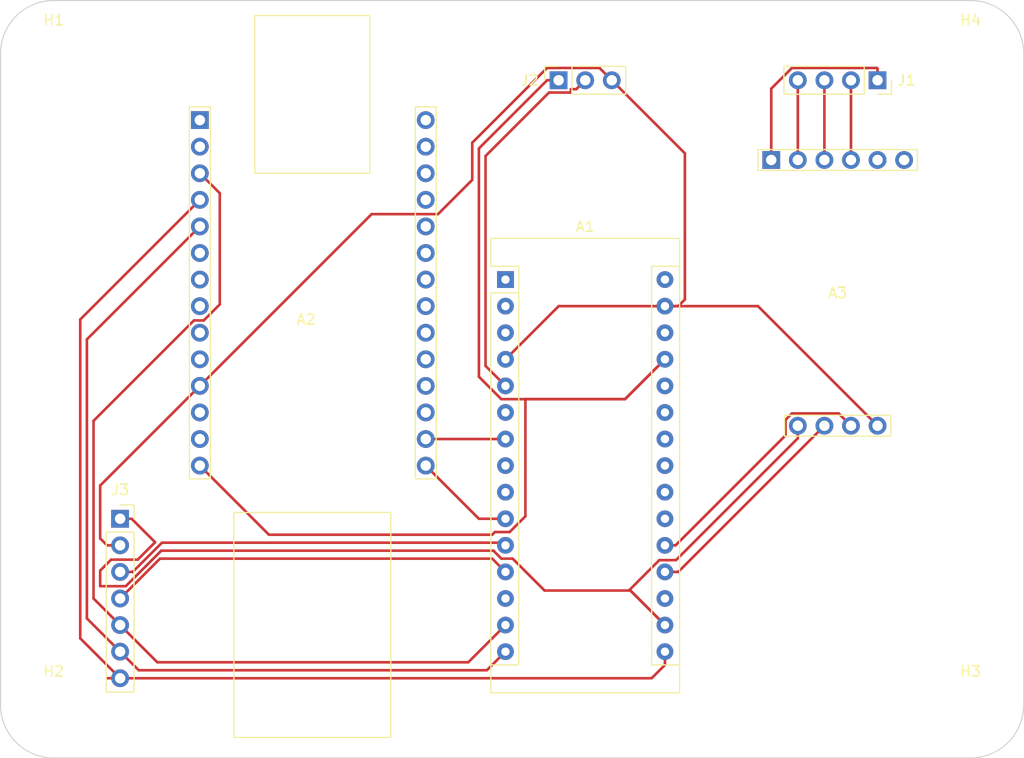
<source format=kicad_pcb>
(kicad_pcb (version 20171130) (host pcbnew 5.1.5+dfsg1-2build2)

  (general
    (thickness 1.6)
    (drawings 8)
    (tracks 118)
    (zones 0)
    (modules 10)
    (nets 18)
  )

  (page A4)
  (title_block
    (title "PCB layout")
    (date 2022-07-17)
    (rev 1.1)
    (company "Ferreira Bros.")
    (comment 2 "JB 3 RFID Reader")
    (comment 3 "JB 2 - Relay")
    (comment 4 "JB 1 - Load cells")
  )

  (layers
    (0 F.Cu signal)
    (31 B.Cu signal)
    (32 B.Adhes user)
    (33 F.Adhes user)
    (34 B.Paste user)
    (35 F.Paste user)
    (36 B.SilkS user)
    (37 F.SilkS user)
    (38 B.Mask user)
    (39 F.Mask user)
    (40 Dwgs.User user)
    (41 Cmts.User user)
    (42 Eco1.User user)
    (43 Eco2.User user)
    (44 Edge.Cuts user)
    (45 Margin user)
    (46 B.CrtYd user)
    (47 F.CrtYd user)
    (48 B.Fab user)
    (49 F.Fab user)
  )

  (setup
    (last_trace_width 0.25)
    (trace_clearance 0.2)
    (zone_clearance 0.508)
    (zone_45_only no)
    (trace_min 0.2)
    (via_size 0.8)
    (via_drill 0.4)
    (via_min_size 0.4)
    (via_min_drill 0.3)
    (uvia_size 0.3)
    (uvia_drill 0.1)
    (uvias_allowed no)
    (uvia_min_size 0.2)
    (uvia_min_drill 0.1)
    (edge_width 0.1)
    (segment_width 0.2)
    (pcb_text_width 0.3)
    (pcb_text_size 1.5 1.5)
    (mod_edge_width 0.15)
    (mod_text_size 1 1)
    (mod_text_width 0.15)
    (pad_size 2.2 2.2)
    (pad_drill 2.2)
    (pad_to_mask_clearance 0)
    (aux_axis_origin 0 0)
    (grid_origin 86.36 119.38)
    (visible_elements FFFFF77F)
    (pcbplotparams
      (layerselection 0x00000_7fffffff)
      (usegerberextensions false)
      (usegerberattributes false)
      (usegerberadvancedattributes false)
      (creategerberjobfile false)
      (excludeedgelayer false)
      (linewidth 0.100000)
      (plotframeref true)
      (viasonmask false)
      (mode 1)
      (useauxorigin false)
      (hpglpennumber 1)
      (hpglpenspeed 20)
      (hpglpendiameter 15.000000)
      (psnegative false)
      (psa4output false)
      (plotreference true)
      (plotvalue true)
      (plotinvisibletext false)
      (padsonsilk false)
      (subtractmaskfromsilk false)
      (outputformat 4)
      (mirror false)
      (drillshape 0)
      (scaleselection 1)
      (outputdirectory "/home/joe/KiCAD/Scale/"))
  )

  (net 0 "")
  (net 1 "Net-(A1-Pad16)")
  (net 2 "Net-(A1-Pad15)")
  (net 3 "Net-(A1-Pad14)")
  (net 4 GND)
  (net 5 "Net-(A1-Pad12)")
  (net 6 "Net-(A1-Pad27)")
  (net 7 "Net-(A1-Pad11)")
  (net 8 "Net-(A1-Pad7)")
  (net 9 "Net-(A1-Pad5)")
  (net 10 "Net-(A1-Pad20)")
  (net 11 "Net-(A1-Pad19)")
  (net 12 "Net-(A1-Pad17)")
  (net 13 "Net-(A3-Pad4)")
  (net 14 "Net-(A3-Pad3)")
  (net 15 "Net-(A3-Pad2)")
  (net 16 "Net-(A3-Pad1)")
  (net 17 "Net-(A1-Pad10)")

  (net_class Default "This is the default net class."
    (clearance 0.2)
    (trace_width 0.25)
    (via_dia 0.8)
    (via_drill 0.4)
    (uvia_dia 0.3)
    (uvia_drill 0.1)
    (add_net GND)
    (add_net "Net-(A1-Pad10)")
    (add_net "Net-(A1-Pad11)")
    (add_net "Net-(A1-Pad12)")
    (add_net "Net-(A1-Pad14)")
    (add_net "Net-(A1-Pad15)")
    (add_net "Net-(A1-Pad16)")
    (add_net "Net-(A1-Pad17)")
    (add_net "Net-(A1-Pad19)")
    (add_net "Net-(A1-Pad20)")
    (add_net "Net-(A1-Pad27)")
    (add_net "Net-(A1-Pad5)")
    (add_net "Net-(A1-Pad7)")
    (add_net "Net-(A3-Pad1)")
    (add_net "Net-(A3-Pad2)")
    (add_net "Net-(A3-Pad3)")
    (add_net "Net-(A3-Pad4)")
  )

  (module Arduino_Modules:HX711_Module (layer F.Cu) (tedit 62D4246D) (tstamp 62D4125B)
    (at 160.02 62.23)
    (path /62D2F06D)
    (fp_text reference A3 (at 6.35 12.7) (layer F.SilkS)
      (effects (font (size 1 1) (thickness 0.15)))
    )
    (fp_text value HX711 (at 6.35 8.89) (layer F.Fab)
      (effects (font (size 1 1) (thickness 0.15)))
    )
    (fp_line (start 11.43 26.4) (end 11.43 24.4) (layer F.SilkS) (width 0.12))
    (fp_line (start 1.27 26.4) (end 11.43 26.4) (layer F.SilkS) (width 0.12))
    (fp_line (start 1.27 24.4) (end 1.27 26.4) (layer F.SilkS) (width 0.12))
    (fp_line (start 11.43 24.4) (end 1.27 24.4) (layer F.SilkS) (width 0.12))
    (fp_line (start -1.27 1) (end -1.27 -1) (layer F.SilkS) (width 0.12))
    (fp_line (start 13.97 1) (end -1.27 1) (layer F.SilkS) (width 0.12))
    (fp_line (start 13.97 -1) (end 13.97 1) (layer F.SilkS) (width 0.12))
    (fp_line (start -1.27 -1) (end 13.97 -1) (layer F.SilkS) (width 0.12))
    (fp_line (start -4 30) (end 16.5 30) (layer F.CrtYd) (width 0.05))
    (fp_line (start 16.5 -4) (end 16.5 30) (layer F.CrtYd) (width 0.05))
    (fp_line (start -4 -4) (end -4 30) (layer F.CrtYd) (width 0.05))
    (fp_line (start -4 -4) (end 16.5 -4) (layer F.CrtYd) (width 0.05))
    (pad 10 thru_hole circle (at 10.16 25.4) (size 1.7 1.7) (drill 1) (layers *.Cu *.Mask)
      (net 4 GND))
    (pad 9 thru_hole circle (at 7.62 25.4) (size 1.7 1.7) (drill 1) (layers *.Cu *.Mask)
      (net 10 "Net-(A1-Pad20)"))
    (pad 8 thru_hole circle (at 5.08 25.4) (size 1.7 1.7) (drill 1) (layers *.Cu *.Mask)
      (net 11 "Net-(A1-Pad19)"))
    (pad 7 thru_hole circle (at 2.54 25.4) (size 1.7 1.7) (drill 1) (layers *.Cu *.Mask)
      (net 12 "Net-(A1-Pad17)"))
    (pad 6 thru_hole circle (at 12.7 0) (size 1.7 1.7) (drill 1) (layers *.Cu *.Mask))
    (pad 5 thru_hole circle (at 10.16 0) (size 1.7 1.7) (drill 1) (layers *.Cu *.Mask))
    (pad 4 thru_hole circle (at 7.62 0) (size 1.7 1.7) (drill 1) (layers *.Cu *.Mask)
      (net 13 "Net-(A3-Pad4)"))
    (pad 3 thru_hole circle (at 5.08 0) (size 1.7 1.7) (drill 1) (layers *.Cu *.Mask)
      (net 14 "Net-(A3-Pad3)"))
    (pad 2 thru_hole circle (at 2.54 0) (size 1.7 1.7) (drill 1) (layers *.Cu *.Mask)
      (net 15 "Net-(A3-Pad2)"))
    (pad 1 thru_hole rect (at 0 0) (size 1.7 1.7) (drill 1) (layers *.Cu *.Mask)
      (net 16 "Net-(A3-Pad1)"))
  )

  (module MountingHole:MountingHole_2.2mm_M2 (layer F.Cu) (tedit 56D1B4CB) (tstamp 62D44287)
    (at 179.07 52.07)
    (descr "Mounting Hole 2.2mm, no annular, M2")
    (tags "mounting hole 2.2mm no annular m2")
    (attr virtual)
    (fp_text reference H4 (at 0 -3.2) (layer F.SilkS)
      (effects (font (size 1 1) (thickness 0.15)))
    )
    (fp_text value MountingHole_2.2mm_M2 (at 3.81 8.89 90) (layer F.Fab)
      (effects (font (size 1 1) (thickness 0.15)))
    )
    (fp_circle (center 0 0) (end 2.45 0) (layer F.CrtYd) (width 0.05))
    (fp_circle (center 0 0) (end 2.2 0) (layer Cmts.User) (width 0.15))
    (fp_text user %R (at 0.3 0) (layer F.Fab)
      (effects (font (size 1 1) (thickness 0.15)))
    )
    (pad 1 np_thru_hole circle (at 0 0) (size 2.2 2.2) (drill 2.2) (layers *.Cu *.Mask))
  )

  (module MountingHole:MountingHole_2.2mm_M2 (layer F.Cu) (tedit 56D1B4CB) (tstamp 62D44279)
    (at 179.07 114.3)
    (descr "Mounting Hole 2.2mm, no annular, M2")
    (tags "mounting hole 2.2mm no annular m2")
    (attr virtual)
    (fp_text reference H3 (at 0 -3.2) (layer F.SilkS)
      (effects (font (size 1 1) (thickness 0.15)))
    )
    (fp_text value MountingHole_2.2mm_M2 (at 3.81 -7.62 90) (layer F.Fab)
      (effects (font (size 1 1) (thickness 0.15)))
    )
    (fp_text user %R (at 0.3 0) (layer F.Fab)
      (effects (font (size 1 1) (thickness 0.15)))
    )
    (fp_circle (center 0 0) (end 2.2 0) (layer Cmts.User) (width 0.15))
    (fp_circle (center 0 0) (end 2.45 0) (layer F.CrtYd) (width 0.05))
    (pad 1 np_thru_hole circle (at 0 0) (size 2.2 2.2) (drill 2.2) (layers *.Cu *.Mask))
  )

  (module MountingHole:MountingHole_2.2mm_M2 (layer F.Cu) (tedit 56D1B4CB) (tstamp 62D44268)
    (at 91.44 114.3)
    (descr "Mounting Hole 2.2mm, no annular, M2")
    (tags "mounting hole 2.2mm no annular m2")
    (attr virtual)
    (fp_text reference H2 (at 0 -3.2) (layer F.SilkS)
      (effects (font (size 1 1) (thickness 0.15)))
    )
    (fp_text value MountingHole_2.2mm_M2 (at -3.81 -7.62 90) (layer F.Fab)
      (effects (font (size 1 1) (thickness 0.15)))
    )
    (fp_circle (center 0 0) (end 2.45 0) (layer F.CrtYd) (width 0.05))
    (fp_circle (center 0 0) (end 2.2 0) (layer Cmts.User) (width 0.15))
    (fp_text user %R (at 0.3 0) (layer F.Fab)
      (effects (font (size 1 1) (thickness 0.15)))
    )
    (pad 1 np_thru_hole circle (at 0 0) (size 2.2 2.2) (drill 2.2) (layers *.Cu *.Mask))
  )

  (module MountingHole:MountingHole_2.2mm_M2 (layer F.Cu) (tedit 62D422D6) (tstamp 62D44028)
    (at 91.44 52.07)
    (descr "Mounting Hole 2.2mm, no annular, M2")
    (tags "mounting hole 2.2mm no annular m2")
    (attr virtual)
    (fp_text reference H1 (at 0 -3.2) (layer F.SilkS)
      (effects (font (size 1 1) (thickness 0.15)))
    )
    (fp_text value MountingHole_2.2mm_M2 (at -3.81 8.89 90) (layer F.Fab)
      (effects (font (size 1 1) (thickness 0.15)))
    )
    (fp_text user %R (at 0.3 0) (layer F.Fab)
      (effects (font (size 1 1) (thickness 0.15)))
    )
    (fp_circle (center 0 0) (end 2.2 0) (layer Cmts.User) (width 0.15))
    (fp_circle (center 0 0) (end 2.45 0) (layer F.CrtYd) (width 0.05))
    (pad "" np_thru_hole circle (at 0 0) (size 2.2 2.2) (drill 2.2) (layers *.Cu *.Mask))
  )

  (module Arduino_Modules:MKR_ETH_Shield (layer F.Cu) (tedit 62D34BDC) (tstamp 62D41DE6)
    (at 105.41 58.42)
    (path /62D2204F)
    (fp_text reference A2 (at 10.16 19.05 180) (layer F.SilkS)
      (effects (font (size 1 1) (thickness 0.15)))
    )
    (fp_text value Arduino_MKR_ETH (at 12.7 19.05 90) (layer F.Fab)
      (effects (font (size 1 1) (thickness 0.15)))
    )
    (fp_line (start -1.75 -6) (end 23.25 -6) (layer F.CrtYd) (width 0.05))
    (fp_line (start -1.75 -6) (end -1.75 55) (layer F.CrtYd) (width 0.05))
    (fp_line (start 23.25 -6) (end 23.25 55) (layer F.CrtYd) (width 0.05))
    (fp_line (start -1.75 55) (end 23.25 55) (layer F.CrtYd) (width 0.05))
    (fp_line (start 1 -1.27) (end 1 34.29) (layer F.SilkS) (width 0.12))
    (fp_line (start -1 34.29) (end 1 34.29) (layer F.SilkS) (width 0.12))
    (fp_line (start -1 -1.27) (end -1 34.29) (layer F.SilkS) (width 0.12))
    (fp_line (start -1 -1.27) (end 1 -1.27) (layer F.SilkS) (width 0.12))
    (fp_line (start 22.59 -1.27) (end 22.59 34.29) (layer F.SilkS) (width 0.12))
    (fp_line (start 20.59 -1.27) (end 20.59 34.29) (layer F.SilkS) (width 0.12))
    (fp_line (start 20.59 34.29) (end 22.59 34.29) (layer F.SilkS) (width 0.12))
    (fp_line (start 20.59 -1.27) (end 22.59 -1.27) (layer F.SilkS) (width 0.12))
    (fp_line (start 3.25 59) (end 18.25 59) (layer F.SilkS) (width 0.12))
    (fp_line (start 3.25 37.5) (end 3.25 59) (layer F.SilkS) (width 0.12))
    (fp_line (start 18.25 37.5) (end 18.25 59) (layer F.SilkS) (width 0.12))
    (fp_line (start 3.25 37.5) (end 18.25 37.5) (layer F.SilkS) (width 0.12))
    (fp_line (start 5.25 -10) (end 16.25 -10) (layer F.SilkS) (width 0.12))
    (fp_line (start 16.25 -10) (end 16.25 5.08) (layer F.SilkS) (width 0.12))
    (fp_line (start 5.25 -10) (end 5.25 5.08) (layer F.SilkS) (width 0.12))
    (fp_line (start 5.25 5.08) (end 16.25 5.08) (layer F.SilkS) (width 0.12))
    (pad 1 thru_hole rect (at 0 0) (size 1.7 1.7) (drill 1) (layers *.Cu *.Mask))
    (pad 2 thru_hole circle (at 0 2.54) (size 1.7 1.7) (drill 1) (layers *.Cu *.Mask))
    (pad 3 thru_hole circle (at 0 5.08) (size 1.7 1.7) (drill 1) (layers *.Cu *.Mask)
      (net 3 "Net-(A1-Pad14)"))
    (pad 4 thru_hole circle (at 0 7.62) (size 1.7 1.7) (drill 1) (layers *.Cu *.Mask)
      (net 1 "Net-(A1-Pad16)"))
    (pad 5 thru_hole circle (at 0 10.16) (size 1.7 1.7) (drill 1) (layers *.Cu *.Mask)
      (net 2 "Net-(A1-Pad15)"))
    (pad 6 thru_hole circle (at 0 12.7) (size 1.7 1.7) (drill 1) (layers *.Cu *.Mask))
    (pad 7 thru_hole circle (at 0 15.24) (size 1.7 1.7) (drill 1) (layers *.Cu *.Mask))
    (pad 8 thru_hole circle (at 0 17.78) (size 1.7 1.7) (drill 1) (layers *.Cu *.Mask))
    (pad 9 thru_hole circle (at 0 20.32) (size 1.7 1.7) (drill 1) (layers *.Cu *.Mask))
    (pad 10 thru_hole circle (at 0 22.86) (size 1.7 1.7) (drill 1) (layers *.Cu *.Mask))
    (pad 11 thru_hole circle (at 0 25.4) (size 1.7 1.7) (drill 1) (layers *.Cu *.Mask)
      (net 4 GND))
    (pad 12 thru_hole circle (at 0 27.94) (size 1.7 1.7) (drill 1) (layers *.Cu *.Mask))
    (pad 13 thru_hole circle (at 0 30.48) (size 1.7 1.7) (drill 1) (layers *.Cu *.Mask))
    (pad 14 thru_hole circle (at 0 33.02) (size 1.7 1.7) (drill 1) (layers *.Cu *.Mask)
      (net 6 "Net-(A1-Pad27)"))
    (pad 15 thru_hole circle (at 21.59 0) (size 1.7 1.7) (drill 1) (layers *.Cu *.Mask))
    (pad 16 thru_hole circle (at 21.59 2.54) (size 1.7 1.7) (drill 1) (layers *.Cu *.Mask))
    (pad 17 thru_hole circle (at 21.59 5.08) (size 1.7 1.7) (drill 1) (layers *.Cu *.Mask))
    (pad 18 thru_hole circle (at 21.59 7.62) (size 1.7 1.7) (drill 1) (layers *.Cu *.Mask))
    (pad 19 thru_hole circle (at 21.59 10.16) (size 1.7 1.7) (drill 1) (layers *.Cu *.Mask))
    (pad 20 thru_hole circle (at 21.59 12.7) (size 1.7 1.7) (drill 1) (layers *.Cu *.Mask))
    (pad 21 thru_hole circle (at 21.59 15.24) (size 1.7 1.7) (drill 1) (layers *.Cu *.Mask))
    (pad 22 thru_hole circle (at 21.59 17.78) (size 1.7 1.7) (drill 1) (layers *.Cu *.Mask))
    (pad 23 thru_hole circle (at 21.59 20.32) (size 1.7 1.7) (drill 1) (layers *.Cu *.Mask))
    (pad 24 thru_hole circle (at 21.59 22.86) (size 1.7 1.7) (drill 1) (layers *.Cu *.Mask))
    (pad 25 thru_hole circle (at 21.59 25.4) (size 1.7 1.7) (drill 1) (layers *.Cu *.Mask))
    (pad 26 thru_hole circle (at 21.59 27.94) (size 1.7 1.7) (drill 1) (layers *.Cu *.Mask))
    (pad 27 thru_hole circle (at 21.59 30.48) (size 1.7 1.7) (drill 1) (layers *.Cu *.Mask)
      (net 8 "Net-(A1-Pad7)"))
    (pad 28 thru_hole circle (at 21.59 33.02) (size 1.7 1.7) (drill 1) (layers *.Cu *.Mask)
      (net 17 "Net-(A1-Pad10)"))
  )

  (module Connector_PinSocket_2.54mm:PinSocket_1x07_P2.54mm_Vertical (layer F.Cu) (tedit 5A19A433) (tstamp 62D4120D)
    (at 97.79 96.52)
    (descr "Through hole straight socket strip, 1x07, 2.54mm pitch, single row (from Kicad 4.0.7), script generated")
    (tags "Through hole socket strip THT 1x07 2.54mm single row")
    (path /62D29C17)
    (fp_text reference J3 (at 0 -2.77) (layer F.SilkS)
      (effects (font (size 1 1) (thickness 0.15)))
    )
    (fp_text value Conn_01x07_Female (at 5.08 18.01) (layer F.Fab)
      (effects (font (size 1 1) (thickness 0.15)))
    )
    (fp_text user %R (at 0 7.62 90) (layer F.Fab)
      (effects (font (size 1 1) (thickness 0.15)))
    )
    (fp_line (start -1.8 17) (end -1.8 -1.8) (layer F.CrtYd) (width 0.05))
    (fp_line (start 1.75 17) (end -1.8 17) (layer F.CrtYd) (width 0.05))
    (fp_line (start 1.75 -1.8) (end 1.75 17) (layer F.CrtYd) (width 0.05))
    (fp_line (start -1.8 -1.8) (end 1.75 -1.8) (layer F.CrtYd) (width 0.05))
    (fp_line (start 0 -1.33) (end 1.33 -1.33) (layer F.SilkS) (width 0.12))
    (fp_line (start 1.33 -1.33) (end 1.33 0) (layer F.SilkS) (width 0.12))
    (fp_line (start 1.33 1.27) (end 1.33 16.57) (layer F.SilkS) (width 0.12))
    (fp_line (start -1.33 16.57) (end 1.33 16.57) (layer F.SilkS) (width 0.12))
    (fp_line (start -1.33 1.27) (end -1.33 16.57) (layer F.SilkS) (width 0.12))
    (fp_line (start -1.33 1.27) (end 1.33 1.27) (layer F.SilkS) (width 0.12))
    (fp_line (start -1.27 16.51) (end -1.27 -1.27) (layer F.Fab) (width 0.1))
    (fp_line (start 1.27 16.51) (end -1.27 16.51) (layer F.Fab) (width 0.1))
    (fp_line (start 1.27 -0.635) (end 1.27 16.51) (layer F.Fab) (width 0.1))
    (fp_line (start 0.635 -1.27) (end 1.27 -0.635) (layer F.Fab) (width 0.1))
    (fp_line (start -1.27 -1.27) (end 0.635 -1.27) (layer F.Fab) (width 0.1))
    (pad 7 thru_hole oval (at 0 15.24) (size 1.7 1.7) (drill 1) (layers *.Cu *.Mask)
      (net 1 "Net-(A1-Pad16)"))
    (pad 6 thru_hole oval (at 0 12.7) (size 1.7 1.7) (drill 1) (layers *.Cu *.Mask)
      (net 2 "Net-(A1-Pad15)"))
    (pad 5 thru_hole oval (at 0 10.16) (size 1.7 1.7) (drill 1) (layers *.Cu *.Mask)
      (net 3 "Net-(A1-Pad14)"))
    (pad 4 thru_hole oval (at 0 7.62) (size 1.7 1.7) (drill 1) (layers *.Cu *.Mask)
      (net 5 "Net-(A1-Pad12)"))
    (pad 3 thru_hole oval (at 0 5.08) (size 1.7 1.7) (drill 1) (layers *.Cu *.Mask)
      (net 7 "Net-(A1-Pad11)"))
    (pad 2 thru_hole oval (at 0 2.54) (size 1.7 1.7) (drill 1) (layers *.Cu *.Mask)
      (net 4 GND))
    (pad 1 thru_hole rect (at 0 0) (size 1.7 1.7) (drill 1) (layers *.Cu *.Mask)
      (net 12 "Net-(A1-Pad17)"))
    (model ${KISYS3DMOD}/Connector_PinSocket_2.54mm.3dshapes/PinSocket_1x07_P2.54mm_Vertical.wrl
      (at (xyz 0 0 0))
      (scale (xyz 1 1 1))
      (rotate (xyz 0 0 0))
    )
  )

  (module Connector_PinSocket_2.54mm:PinSocket_1x03_P2.54mm_Vertical (layer F.Cu) (tedit 5A19A429) (tstamp 62D411F2)
    (at 139.7 54.61 90)
    (descr "Through hole straight socket strip, 1x03, 2.54mm pitch, single row (from Kicad 4.0.7), script generated")
    (tags "Through hole socket strip THT 1x03 2.54mm single row")
    (path /62D2AAB4)
    (fp_text reference J2 (at 0 -2.77 180) (layer F.SilkS)
      (effects (font (size 1 1) (thickness 0.15)))
    )
    (fp_text value Conn_01x03_Female (at 3.81 2.54 180) (layer F.Fab)
      (effects (font (size 1 1) (thickness 0.15)))
    )
    (fp_line (start -1.27 -1.27) (end 0.635 -1.27) (layer F.Fab) (width 0.1))
    (fp_line (start 0.635 -1.27) (end 1.27 -0.635) (layer F.Fab) (width 0.1))
    (fp_line (start 1.27 -0.635) (end 1.27 6.35) (layer F.Fab) (width 0.1))
    (fp_line (start 1.27 6.35) (end -1.27 6.35) (layer F.Fab) (width 0.1))
    (fp_line (start -1.27 6.35) (end -1.27 -1.27) (layer F.Fab) (width 0.1))
    (fp_line (start -1.33 1.27) (end 1.33 1.27) (layer F.SilkS) (width 0.12))
    (fp_line (start -1.33 1.27) (end -1.33 6.41) (layer F.SilkS) (width 0.12))
    (fp_line (start -1.33 6.41) (end 1.33 6.41) (layer F.SilkS) (width 0.12))
    (fp_line (start 1.33 1.27) (end 1.33 6.41) (layer F.SilkS) (width 0.12))
    (fp_line (start 1.33 -1.33) (end 1.33 0) (layer F.SilkS) (width 0.12))
    (fp_line (start 0 -1.33) (end 1.33 -1.33) (layer F.SilkS) (width 0.12))
    (fp_line (start -1.8 -1.8) (end 1.75 -1.8) (layer F.CrtYd) (width 0.05))
    (fp_line (start 1.75 -1.8) (end 1.75 6.85) (layer F.CrtYd) (width 0.05))
    (fp_line (start 1.75 6.85) (end -1.8 6.85) (layer F.CrtYd) (width 0.05))
    (fp_line (start -1.8 6.85) (end -1.8 -1.8) (layer F.CrtYd) (width 0.05))
    (fp_text user %R (at 0 2.54) (layer F.Fab)
      (effects (font (size 1 1) (thickness 0.15)))
    )
    (pad 1 thru_hole rect (at 0 0 90) (size 1.7 1.7) (drill 1) (layers *.Cu *.Mask)
      (net 6 "Net-(A1-Pad27)"))
    (pad 2 thru_hole oval (at 0 2.54 90) (size 1.7 1.7) (drill 1) (layers *.Cu *.Mask)
      (net 9 "Net-(A1-Pad5)"))
    (pad 3 thru_hole oval (at 0 5.08 90) (size 1.7 1.7) (drill 1) (layers *.Cu *.Mask)
      (net 4 GND))
    (model ${KISYS3DMOD}/Connector_PinSocket_2.54mm.3dshapes/PinSocket_1x03_P2.54mm_Vertical.wrl
      (at (xyz 0 0 0))
      (scale (xyz 1 1 1))
      (rotate (xyz 0 0 0))
    )
  )

  (module Connector_PinSocket_2.54mm:PinSocket_1x04_P2.54mm_Vertical (layer F.Cu) (tedit 5A19A429) (tstamp 62D411DB)
    (at 170.18 54.61 270)
    (descr "Through hole straight socket strip, 1x04, 2.54mm pitch, single row (from Kicad 4.0.7), script generated")
    (tags "Through hole socket strip THT 1x04 2.54mm single row")
    (path /62E179A4)
    (fp_text reference J1 (at 0 -2.77 180) (layer F.SilkS)
      (effects (font (size 1 1) (thickness 0.15)))
    )
    (fp_text value Conn_01x04_Female (at -3.81 3.81 180) (layer F.Fab)
      (effects (font (size 1 1) (thickness 0.15)))
    )
    (fp_line (start -1.27 -1.27) (end 0.635 -1.27) (layer F.Fab) (width 0.1))
    (fp_line (start 0.635 -1.27) (end 1.27 -0.635) (layer F.Fab) (width 0.1))
    (fp_line (start 1.27 -0.635) (end 1.27 8.89) (layer F.Fab) (width 0.1))
    (fp_line (start 1.27 8.89) (end -1.27 8.89) (layer F.Fab) (width 0.1))
    (fp_line (start -1.27 8.89) (end -1.27 -1.27) (layer F.Fab) (width 0.1))
    (fp_line (start -1.33 1.27) (end 1.33 1.27) (layer F.SilkS) (width 0.12))
    (fp_line (start -1.33 1.27) (end -1.33 8.95) (layer F.SilkS) (width 0.12))
    (fp_line (start -1.33 8.95) (end 1.33 8.95) (layer F.SilkS) (width 0.12))
    (fp_line (start 1.33 1.27) (end 1.33 8.95) (layer F.SilkS) (width 0.12))
    (fp_line (start 1.33 -1.33) (end 1.33 0) (layer F.SilkS) (width 0.12))
    (fp_line (start 0 -1.33) (end 1.33 -1.33) (layer F.SilkS) (width 0.12))
    (fp_line (start -1.8 -1.8) (end 1.75 -1.8) (layer F.CrtYd) (width 0.05))
    (fp_line (start 1.75 -1.8) (end 1.75 9.4) (layer F.CrtYd) (width 0.05))
    (fp_line (start 1.75 9.4) (end -1.8 9.4) (layer F.CrtYd) (width 0.05))
    (fp_line (start -1.8 9.4) (end -1.8 -1.8) (layer F.CrtYd) (width 0.05))
    (fp_text user %R (at 0 3.81) (layer F.Fab)
      (effects (font (size 1 1) (thickness 0.15)))
    )
    (pad 1 thru_hole rect (at 0 0 270) (size 1.7 1.7) (drill 1) (layers *.Cu *.Mask)
      (net 16 "Net-(A3-Pad1)"))
    (pad 2 thru_hole oval (at 0 2.54 270) (size 1.7 1.7) (drill 1) (layers *.Cu *.Mask)
      (net 13 "Net-(A3-Pad4)"))
    (pad 3 thru_hole oval (at 0 5.08 270) (size 1.7 1.7) (drill 1) (layers *.Cu *.Mask)
      (net 14 "Net-(A3-Pad3)"))
    (pad 4 thru_hole oval (at 0 7.62 270) (size 1.7 1.7) (drill 1) (layers *.Cu *.Mask)
      (net 15 "Net-(A3-Pad2)"))
    (model ${KISYS3DMOD}/Connector_PinSocket_2.54mm.3dshapes/PinSocket_1x04_P2.54mm_Vertical.wrl
      (at (xyz 0 0 0))
      (scale (xyz 1 1 1))
      (rotate (xyz 0 0 0))
    )
  )

  (module Module:Arduino_Nano (layer F.Cu) (tedit 58ACAF70) (tstamp 62D42504)
    (at 134.62 73.66)
    (descr "Arduino Nano, http://www.mouser.com/pdfdocs/Gravitech_Arduino_Nano3_0.pdf")
    (tags "Arduino Nano")
    (path /62CF428F)
    (fp_text reference A1 (at 7.62 -5.08) (layer F.SilkS)
      (effects (font (size 1 1) (thickness 0.15)))
    )
    (fp_text value Arduino_Nano_v3.x (at 8.89 19.05 90) (layer F.Fab)
      (effects (font (size 1 1) (thickness 0.15)))
    )
    (fp_line (start 16.75 42.16) (end -1.53 42.16) (layer F.CrtYd) (width 0.05))
    (fp_line (start 16.75 42.16) (end 16.75 -4.06) (layer F.CrtYd) (width 0.05))
    (fp_line (start -1.53 -4.06) (end -1.53 42.16) (layer F.CrtYd) (width 0.05))
    (fp_line (start -1.53 -4.06) (end 16.75 -4.06) (layer F.CrtYd) (width 0.05))
    (fp_line (start 16.51 -3.81) (end 16.51 39.37) (layer F.Fab) (width 0.1))
    (fp_line (start 0 -3.81) (end 16.51 -3.81) (layer F.Fab) (width 0.1))
    (fp_line (start -1.27 -2.54) (end 0 -3.81) (layer F.Fab) (width 0.1))
    (fp_line (start -1.27 39.37) (end -1.27 -2.54) (layer F.Fab) (width 0.1))
    (fp_line (start 16.51 39.37) (end -1.27 39.37) (layer F.Fab) (width 0.1))
    (fp_line (start 16.64 -3.94) (end -1.4 -3.94) (layer F.SilkS) (width 0.12))
    (fp_line (start 16.64 39.5) (end 16.64 -3.94) (layer F.SilkS) (width 0.12))
    (fp_line (start -1.4 39.5) (end 16.64 39.5) (layer F.SilkS) (width 0.12))
    (fp_line (start 3.81 41.91) (end 3.81 31.75) (layer F.Fab) (width 0.1))
    (fp_line (start 11.43 41.91) (end 3.81 41.91) (layer F.Fab) (width 0.1))
    (fp_line (start 11.43 31.75) (end 11.43 41.91) (layer F.Fab) (width 0.1))
    (fp_line (start 3.81 31.75) (end 11.43 31.75) (layer F.Fab) (width 0.1))
    (fp_line (start 1.27 36.83) (end -1.4 36.83) (layer F.SilkS) (width 0.12))
    (fp_line (start 1.27 1.27) (end 1.27 36.83) (layer F.SilkS) (width 0.12))
    (fp_line (start 1.27 1.27) (end -1.4 1.27) (layer F.SilkS) (width 0.12))
    (fp_line (start 13.97 36.83) (end 16.64 36.83) (layer F.SilkS) (width 0.12))
    (fp_line (start 13.97 -1.27) (end 13.97 36.83) (layer F.SilkS) (width 0.12))
    (fp_line (start 13.97 -1.27) (end 16.64 -1.27) (layer F.SilkS) (width 0.12))
    (fp_line (start -1.4 -3.94) (end -1.4 -1.27) (layer F.SilkS) (width 0.12))
    (fp_line (start -1.4 1.27) (end -1.4 39.5) (layer F.SilkS) (width 0.12))
    (fp_line (start 1.27 -1.27) (end -1.4 -1.27) (layer F.SilkS) (width 0.12))
    (fp_line (start 1.27 1.27) (end 1.27 -1.27) (layer F.SilkS) (width 0.12))
    (fp_text user %R (at 6.35 19.05 90) (layer F.Fab)
      (effects (font (size 1 1) (thickness 0.15)))
    )
    (pad 16 thru_hole oval (at 15.24 35.56) (size 1.6 1.6) (drill 0.8) (layers *.Cu *.Mask)
      (net 1 "Net-(A1-Pad16)"))
    (pad 15 thru_hole oval (at 0 35.56) (size 1.6 1.6) (drill 0.8) (layers *.Cu *.Mask)
      (net 2 "Net-(A1-Pad15)"))
    (pad 30 thru_hole oval (at 15.24 0) (size 1.6 1.6) (drill 0.8) (layers *.Cu *.Mask))
    (pad 14 thru_hole oval (at 0 33.02) (size 1.6 1.6) (drill 0.8) (layers *.Cu *.Mask)
      (net 3 "Net-(A1-Pad14)"))
    (pad 29 thru_hole oval (at 15.24 2.54) (size 1.6 1.6) (drill 0.8) (layers *.Cu *.Mask)
      (net 4 GND))
    (pad 13 thru_hole oval (at 0 30.48) (size 1.6 1.6) (drill 0.8) (layers *.Cu *.Mask))
    (pad 28 thru_hole oval (at 15.24 5.08) (size 1.6 1.6) (drill 0.8) (layers *.Cu *.Mask))
    (pad 12 thru_hole oval (at 0 27.94) (size 1.6 1.6) (drill 0.8) (layers *.Cu *.Mask)
      (net 5 "Net-(A1-Pad12)"))
    (pad 27 thru_hole oval (at 15.24 7.62) (size 1.6 1.6) (drill 0.8) (layers *.Cu *.Mask)
      (net 6 "Net-(A1-Pad27)"))
    (pad 11 thru_hole oval (at 0 25.4) (size 1.6 1.6) (drill 0.8) (layers *.Cu *.Mask)
      (net 7 "Net-(A1-Pad11)"))
    (pad 26 thru_hole oval (at 15.24 10.16) (size 1.6 1.6) (drill 0.8) (layers *.Cu *.Mask))
    (pad 10 thru_hole oval (at 0 22.86) (size 1.6 1.6) (drill 0.8) (layers *.Cu *.Mask)
      (net 17 "Net-(A1-Pad10)"))
    (pad 25 thru_hole oval (at 15.24 12.7) (size 1.6 1.6) (drill 0.8) (layers *.Cu *.Mask))
    (pad 9 thru_hole oval (at 0 20.32) (size 1.6 1.6) (drill 0.8) (layers *.Cu *.Mask))
    (pad 24 thru_hole oval (at 15.24 15.24) (size 1.6 1.6) (drill 0.8) (layers *.Cu *.Mask))
    (pad 8 thru_hole oval (at 0 17.78) (size 1.6 1.6) (drill 0.8) (layers *.Cu *.Mask))
    (pad 23 thru_hole oval (at 15.24 17.78) (size 1.6 1.6) (drill 0.8) (layers *.Cu *.Mask))
    (pad 7 thru_hole oval (at 0 15.24) (size 1.6 1.6) (drill 0.8) (layers *.Cu *.Mask)
      (net 8 "Net-(A1-Pad7)"))
    (pad 22 thru_hole oval (at 15.24 20.32) (size 1.6 1.6) (drill 0.8) (layers *.Cu *.Mask))
    (pad 6 thru_hole oval (at 0 12.7) (size 1.6 1.6) (drill 0.8) (layers *.Cu *.Mask))
    (pad 21 thru_hole oval (at 15.24 22.86) (size 1.6 1.6) (drill 0.8) (layers *.Cu *.Mask))
    (pad 5 thru_hole oval (at 0 10.16) (size 1.6 1.6) (drill 0.8) (layers *.Cu *.Mask)
      (net 9 "Net-(A1-Pad5)"))
    (pad 20 thru_hole oval (at 15.24 25.4) (size 1.6 1.6) (drill 0.8) (layers *.Cu *.Mask)
      (net 10 "Net-(A1-Pad20)"))
    (pad 4 thru_hole oval (at 0 7.62) (size 1.6 1.6) (drill 0.8) (layers *.Cu *.Mask)
      (net 4 GND))
    (pad 19 thru_hole oval (at 15.24 27.94) (size 1.6 1.6) (drill 0.8) (layers *.Cu *.Mask)
      (net 11 "Net-(A1-Pad19)"))
    (pad 3 thru_hole oval (at 0 5.08) (size 1.6 1.6) (drill 0.8) (layers *.Cu *.Mask))
    (pad 18 thru_hole oval (at 15.24 30.48) (size 1.6 1.6) (drill 0.8) (layers *.Cu *.Mask))
    (pad 2 thru_hole oval (at 0 2.54) (size 1.6 1.6) (drill 0.8) (layers *.Cu *.Mask))
    (pad 17 thru_hole oval (at 15.24 33.02) (size 1.6 1.6) (drill 0.8) (layers *.Cu *.Mask)
      (net 12 "Net-(A1-Pad17)"))
    (pad 1 thru_hole rect (at 0 0) (size 1.6 1.6) (drill 0.8) (layers *.Cu *.Mask))
    (model ${KISYS3DMOD}/Module.3dshapes/Arduino_Nano_WithMountingHoles.wrl
      (at (xyz 0 0 0))
      (scale (xyz 1 1 1))
      (rotate (xyz 0 0 0))
    )
  )

  (gr_line (start 86.36 52.07) (end 86.36 114.3) (layer Edge.Cuts) (width 0.1) (tstamp 62D4896C))
  (gr_arc (start 91.44 114.3) (end 86.36 114.3) (angle -90) (layer Edge.Cuts) (width 0.1))
  (gr_arc (start 91.44 52.07) (end 91.44 46.99) (angle -90) (layer Edge.Cuts) (width 0.1))
  (gr_line (start 91.44 119.38) (end 179.07 119.38) (layer Edge.Cuts) (width 0.1) (tstamp 62D48961))
  (gr_line (start 179.07 46.99) (end 91.44 46.99) (layer Edge.Cuts) (width 0.1))
  (gr_arc (start 179.07 52.07) (end 184.15 52.07) (angle -90) (layer Edge.Cuts) (width 0.1))
  (gr_line (start 184.15 52.07) (end 184.15 114.3) (layer Edge.Cuts) (width 0.1) (tstamp 62D42BDF))
  (gr_arc (start 179.07 114.3) (end 179.07 119.38) (angle -90) (layer Edge.Cuts) (width 0.1))

  (segment (start 97.79 111.76) (end 96.587919 111.76) (width 0.25) (layer F.Cu) (net 1))
  (segment (start 149.86 109.22) (end 149.86 110.49) (width 0.25) (layer F.Cu) (net 1))
  (segment (start 149.86 110.49) (end 148.59 111.76) (width 0.25) (layer F.Cu) (net 1))
  (segment (start 148.59 111.76) (end 97.79 111.76) (width 0.25) (layer F.Cu) (net 1))
  (segment (start 93.98 77.47) (end 104.560001 66.889999) (width 0.25) (layer F.Cu) (net 1))
  (segment (start 93.98 107.95) (end 93.98 77.47) (width 0.25) (layer F.Cu) (net 1))
  (segment (start 104.560001 66.889999) (end 105.41 66.04) (width 0.25) (layer F.Cu) (net 1))
  (segment (start 97.79 111.76) (end 93.98 107.95) (width 0.25) (layer F.Cu) (net 1))
  (segment (start 132.842 110.998) (end 99.568 110.998) (width 0.25) (layer F.Cu) (net 2))
  (segment (start 99.568 110.998) (end 97.79 109.22) (width 0.25) (layer F.Cu) (net 2))
  (segment (start 134.62 109.22) (end 132.842 110.998) (width 0.25) (layer F.Cu) (net 2))
  (segment (start 104.560001 69.429999) (end 105.41 68.58) (width 0.25) (layer F.Cu) (net 2))
  (segment (start 94.615 79.375) (end 104.560001 69.429999) (width 0.25) (layer F.Cu) (net 2))
  (segment (start 94.615 106.045) (end 94.615 79.375) (width 0.25) (layer F.Cu) (net 2))
  (segment (start 97.79 109.22) (end 94.615 106.045) (width 0.25) (layer F.Cu) (net 2))
  (segment (start 101.346 110.236) (end 97.79 106.68) (width 0.25) (layer F.Cu) (net 3))
  (segment (start 131.064 110.236) (end 101.346 110.236) (width 0.25) (layer F.Cu) (net 3))
  (segment (start 134.62 106.68) (end 131.064 110.236) (width 0.25) (layer F.Cu) (net 3))
  (segment (start 95.25 104.14) (end 96.940001 105.830001) (width 0.25) (layer F.Cu) (net 3))
  (segment (start 104.845999 77.564999) (end 95.25 87.160998) (width 0.25) (layer F.Cu) (net 3))
  (segment (start 96.940001 105.830001) (end 97.79 106.68) (width 0.25) (layer F.Cu) (net 3))
  (segment (start 105.784003 77.564999) (end 104.845999 77.564999) (width 0.25) (layer F.Cu) (net 3))
  (segment (start 107.315 76.034002) (end 105.784003 77.564999) (width 0.25) (layer F.Cu) (net 3))
  (segment (start 107.315 65.405) (end 107.315 76.034002) (width 0.25) (layer F.Cu) (net 3))
  (segment (start 95.25 87.160998) (end 95.25 104.14) (width 0.25) (layer F.Cu) (net 3))
  (segment (start 105.41 63.5) (end 107.315 65.405) (width 0.25) (layer F.Cu) (net 3))
  (segment (start 158.75 76.2) (end 149.86 76.2) (width 0.25) (layer F.Cu) (net 4))
  (segment (start 170.18 87.63) (end 158.75 76.2) (width 0.25) (layer F.Cu) (net 4))
  (segment (start 149.86 76.2) (end 139.7 76.2) (width 0.25) (layer F.Cu) (net 4))
  (segment (start 139.7 76.2) (end 134.62 81.28) (width 0.25) (layer F.Cu) (net 4))
  (segment (start 151.765 61.595) (end 144.78 54.61) (width 0.25) (layer F.Cu) (net 4))
  (segment (start 151.765 75.565) (end 151.765 61.595) (width 0.25) (layer F.Cu) (net 4))
  (segment (start 151.13 76.2) (end 151.765 75.565) (width 0.25) (layer F.Cu) (net 4))
  (segment (start 149.86 76.2) (end 151.13 76.2) (width 0.25) (layer F.Cu) (net 4))
  (segment (start 143.604999 53.434999) (end 143.930001 53.760001) (width 0.25) (layer F.Cu) (net 4))
  (segment (start 138.589999 53.434999) (end 143.604999 53.434999) (width 0.25) (layer F.Cu) (net 4))
  (segment (start 131.445 60.579998) (end 138.589999 53.434999) (width 0.25) (layer F.Cu) (net 4))
  (segment (start 143.930001 53.760001) (end 144.78 54.61) (width 0.25) (layer F.Cu) (net 4))
  (segment (start 131.445 64.135) (end 131.445 60.579998) (width 0.25) (layer F.Cu) (net 4))
  (segment (start 128.175001 67.404999) (end 131.445 64.135) (width 0.25) (layer F.Cu) (net 4))
  (segment (start 121.825001 67.404999) (end 128.175001 67.404999) (width 0.25) (layer F.Cu) (net 4))
  (segment (start 105.41 83.82) (end 121.825001 67.404999) (width 0.25) (layer F.Cu) (net 4))
  (segment (start 104.560001 84.669999) (end 105.41 83.82) (width 0.25) (layer F.Cu) (net 4))
  (segment (start 95.885 93.345) (end 104.560001 84.669999) (width 0.25) (layer F.Cu) (net 4))
  (segment (start 95.885 98.40241) (end 95.885 93.345) (width 0.25) (layer F.Cu) (net 4))
  (segment (start 96.54259 99.06) (end 95.885 98.40241) (width 0.25) (layer F.Cu) (net 4))
  (segment (start 97.79 99.06) (end 96.54259 99.06) (width 0.25) (layer F.Cu) (net 4))
  (segment (start 101.6 100.33) (end 97.79 104.14) (width 0.25) (layer F.Cu) (net 5))
  (segment (start 133.35 100.33) (end 101.6 100.33) (width 0.25) (layer F.Cu) (net 5))
  (segment (start 134.62 101.6) (end 133.35 100.33) (width 0.25) (layer F.Cu) (net 5))
  (segment (start 138.6 54.61) (end 139.7 54.61) (width 0.25) (layer F.Cu) (net 6))
  (segment (start 132.08 61.13) (end 138.6 54.61) (width 0.25) (layer F.Cu) (net 6))
  (segment (start 132.08 82.945002) (end 132.08 61.13) (width 0.25) (layer F.Cu) (net 6))
  (segment (start 134.224998 85.09) (end 132.08 82.945002) (width 0.25) (layer F.Cu) (net 6))
  (segment (start 146.05 85.09) (end 134.224998 85.09) (width 0.25) (layer F.Cu) (net 6))
  (segment (start 146.05 85.09) (end 149.060001 82.079999) (width 0.25) (layer F.Cu) (net 6))
  (segment (start 149.060001 82.079999) (end 149.86 81.28) (width 0.25) (layer F.Cu) (net 6))
  (segment (start 149.86 81.28) (end 146.05 85.09) (width 0.25) (layer F.Cu) (net 6))
  (segment (start 136.525 85.09) (end 146.05 85.09) (width 0.25) (layer F.Cu) (net 6))
  (segment (start 136.525 96.280002) (end 136.525 85.09) (width 0.25) (layer F.Cu) (net 6))
  (segment (start 135.015002 97.79) (end 136.525 96.280002) (width 0.25) (layer F.Cu) (net 6))
  (segment (start 133.604 97.79) (end 135.015002 97.79) (width 0.25) (layer F.Cu) (net 6))
  (segment (start 133.35 98.044) (end 133.604 97.79) (width 0.25) (layer F.Cu) (net 6))
  (segment (start 112.014 98.044) (end 133.35 98.044) (width 0.25) (layer F.Cu) (net 6))
  (segment (start 105.41 91.44) (end 112.014 98.044) (width 0.25) (layer F.Cu) (net 6))
  (segment (start 98.992081 101.6) (end 97.79 101.6) (width 0.25) (layer F.Cu) (net 7))
  (segment (start 101.786081 98.806) (end 98.992081 101.6) (width 0.25) (layer F.Cu) (net 7))
  (segment (start 134.366 98.806) (end 101.786081 98.806) (width 0.25) (layer F.Cu) (net 7))
  (segment (start 134.62 99.06) (end 134.366 98.806) (width 0.25) (layer F.Cu) (net 7))
  (segment (start 134.62 88.9) (end 127 88.9) (width 0.25) (layer F.Cu) (net 8))
  (segment (start 140.875001 55.720001) (end 140.875001 55.459999) (width 0.25) (layer F.Cu) (net 9))
  (segment (start 140.810001 55.785001) (end 140.875001 55.720001) (width 0.25) (layer F.Cu) (net 9))
  (segment (start 138.778999 55.785001) (end 140.810001 55.785001) (width 0.25) (layer F.Cu) (net 9))
  (segment (start 132.715 61.849) (end 138.778999 55.785001) (width 0.25) (layer F.Cu) (net 9))
  (segment (start 140.875001 55.459999) (end 141.390001 55.459999) (width 0.25) (layer F.Cu) (net 9))
  (segment (start 132.715 81.915) (end 132.715 61.849) (width 0.25) (layer F.Cu) (net 9))
  (segment (start 141.390001 55.459999) (end 142.24 54.61) (width 0.25) (layer F.Cu) (net 9))
  (segment (start 134.62 83.82) (end 132.715 81.915) (width 0.25) (layer F.Cu) (net 9))
  (segment (start 166.790001 86.780001) (end 167.64 87.63) (width 0.25) (layer F.Cu) (net 10))
  (segment (start 166.464999 86.454999) (end 166.790001 86.780001) (width 0.25) (layer F.Cu) (net 10))
  (segment (start 161.995999 86.454999) (end 166.464999 86.454999) (width 0.25) (layer F.Cu) (net 10))
  (segment (start 161.384999 87.065999) (end 161.995999 86.454999) (width 0.25) (layer F.Cu) (net 10))
  (segment (start 161.384999 88.551001) (end 161.384999 87.065999) (width 0.25) (layer F.Cu) (net 10))
  (segment (start 150.876 99.06) (end 161.384999 88.551001) (width 0.25) (layer F.Cu) (net 10))
  (segment (start 149.86 99.06) (end 150.876 99.06) (width 0.25) (layer F.Cu) (net 10))
  (segment (start 151.13 101.6) (end 165.1 87.63) (width 0.25) (layer F.Cu) (net 11))
  (segment (start 149.86 101.6) (end 151.13 101.6) (width 0.25) (layer F.Cu) (net 11))
  (segment (start 162.56 88.832081) (end 162.56 87.63) (width 0.25) (layer F.Cu) (net 12))
  (segment (start 149.319999 100.474999) (end 150.917082 100.474999) (width 0.25) (layer F.Cu) (net 12))
  (segment (start 150.917082 100.474999) (end 162.56 88.832081) (width 0.25) (layer F.Cu) (net 12))
  (segment (start 146.487499 103.307499) (end 149.319999 100.474999) (width 0.25) (layer F.Cu) (net 12))
  (segment (start 149.86 106.68) (end 146.487499 103.307499) (width 0.25) (layer F.Cu) (net 12))
  (segment (start 149.060001 105.880001) (end 149.86 106.68) (width 0.25) (layer F.Cu) (net 12))
  (segment (start 146.558 103.378) (end 149.060001 105.880001) (width 0.25) (layer F.Cu) (net 12))
  (segment (start 138.353 103.378) (end 146.558 103.378) (width 0.25) (layer F.Cu) (net 12))
  (segment (start 97.79 96.52) (end 98.89 96.52) (width 0.25) (layer F.Cu) (net 12))
  (segment (start 98.89 96.52) (end 101.134 98.764) (width 0.25) (layer F.Cu) (net 12))
  (segment (start 101.134 98.764) (end 99.473001 100.424999) (width 0.25) (layer F.Cu) (net 12))
  (segment (start 95.885 102.964999) (end 98.328591 102.964999) (width 0.25) (layer F.Cu) (net 12))
  (segment (start 98.328591 102.964999) (end 101.72559 99.568) (width 0.25) (layer F.Cu) (net 12))
  (segment (start 96.933001 100.424999) (end 95.885 101.473) (width 0.25) (layer F.Cu) (net 12))
  (segment (start 95.885 101.473) (end 95.885 102.964999) (width 0.25) (layer F.Cu) (net 12))
  (segment (start 101.72559 99.568) (end 133.494999 99.568) (width 0.25) (layer F.Cu) (net 12))
  (segment (start 133.494999 99.568) (end 133.494999 99.600001) (width 0.25) (layer F.Cu) (net 12))
  (segment (start 99.473001 100.424999) (end 96.933001 100.424999) (width 0.25) (layer F.Cu) (net 12))
  (segment (start 133.494999 99.600001) (end 134.224998 100.33) (width 0.25) (layer F.Cu) (net 12))
  (segment (start 134.224998 100.33) (end 135.305 100.33) (width 0.25) (layer F.Cu) (net 12))
  (segment (start 135.305 100.33) (end 138.353 103.378) (width 0.25) (layer F.Cu) (net 12))
  (segment (start 167.64 62.23) (end 167.64 54.61) (width 0.25) (layer F.Cu) (net 13))
  (segment (start 165.1 62.23) (end 165.1 54.61) (width 0.25) (layer F.Cu) (net 14))
  (segment (start 162.56 62.23) (end 162.56 54.61) (width 0.25) (layer F.Cu) (net 15))
  (segment (start 170.18 53.51) (end 170.18 54.61) (width 0.25) (layer F.Cu) (net 16))
  (segment (start 170.104999 53.434999) (end 170.18 53.51) (width 0.25) (layer F.Cu) (net 16))
  (segment (start 160.02 55.410998) (end 161.995999 53.434999) (width 0.25) (layer F.Cu) (net 16))
  (segment (start 161.995999 53.434999) (end 170.104999 53.434999) (width 0.25) (layer F.Cu) (net 16))
  (segment (start 160.02 62.23) (end 160.02 55.410998) (width 0.25) (layer F.Cu) (net 16))
  (segment (start 132.08 96.52) (end 134.62 96.52) (width 0.25) (layer F.Cu) (net 17))
  (segment (start 127 91.44) (end 132.08 96.52) (width 0.25) (layer F.Cu) (net 17))

)

</source>
